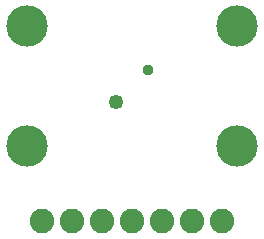
<source format=gbr>
G04 EAGLE Gerber RS-274X export*
G75*
%MOMM*%
%FSLAX34Y34*%
%LPD*%
%INSoldermask Bottom*%
%IPPOS*%
%AMOC8*
5,1,8,0,0,1.08239X$1,22.5*%
G01*
%ADD10C,0.953200*%
%ADD11C,1.253200*%
%ADD12C,2.082800*%
%ADD13C,3.505200*%


D10*
X127735Y140435D03*
D11*
X100865Y113565D03*
D12*
X38100Y12700D03*
X63500Y12700D03*
X88900Y12700D03*
X114300Y12700D03*
X139700Y12700D03*
X165100Y12700D03*
X190500Y12700D03*
D13*
X203200Y177800D03*
X203200Y76200D03*
X25400Y177800D03*
X25400Y76200D03*
M02*

</source>
